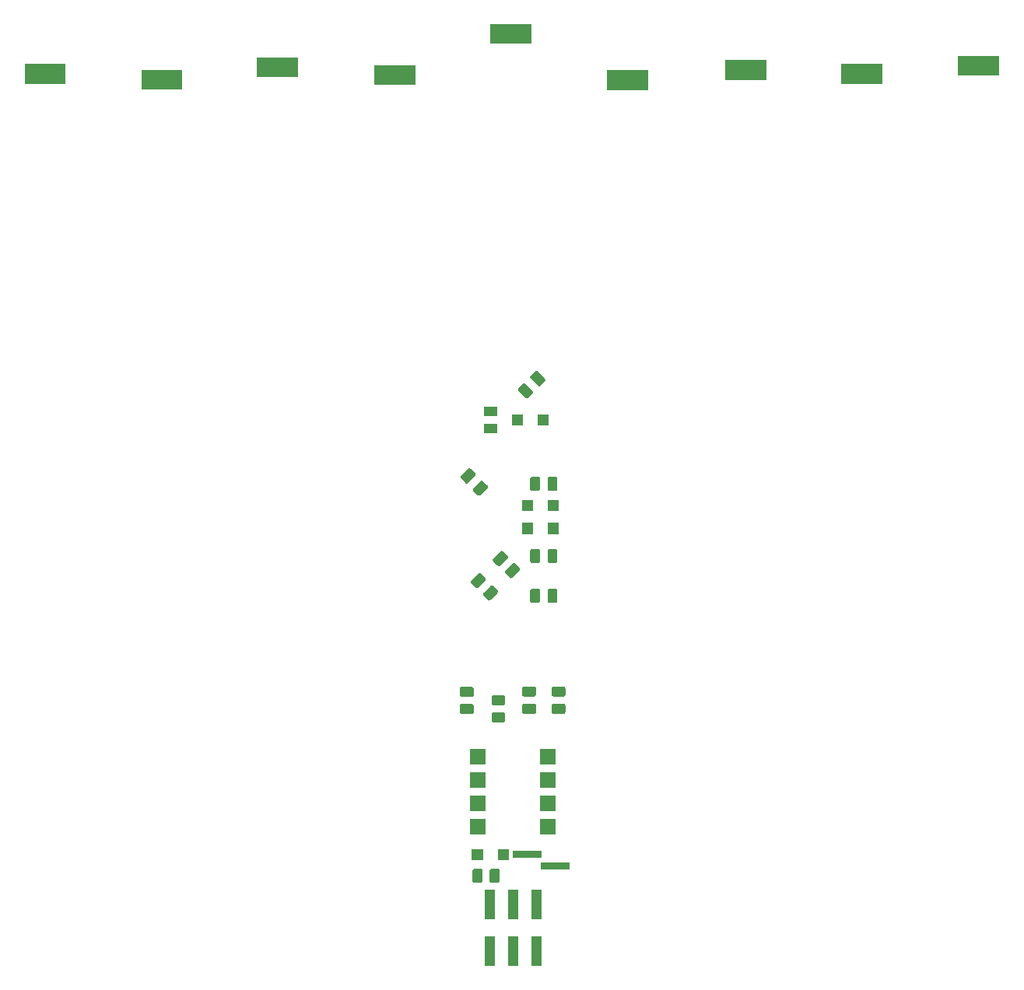
<source format=gts>
G04 #@! TF.GenerationSoftware,KiCad,Pcbnew,(5.1.4)-1*
G04 #@! TF.CreationDate,2020-11-24T15:39:13-05:00*
G04 #@! TF.ProjectId,Menorah,4d656e6f-7261-4682-9e6b-696361645f70,rev?*
G04 #@! TF.SameCoordinates,Original*
G04 #@! TF.FileFunction,Soldermask,Top*
G04 #@! TF.FilePolarity,Negative*
%FSLAX46Y46*%
G04 Gerber Fmt 4.6, Leading zero omitted, Abs format (unit mm)*
G04 Created by KiCad (PCBNEW (5.1.4)-1) date 2020-11-24 15:39:13*
%MOMM*%
%LPD*%
G04 APERTURE LIST*
%ADD10C,0.100000*%
G04 APERTURE END LIST*
D10*
G36*
X140149400Y-129703200D02*
G01*
X139047400Y-129703200D01*
X139047400Y-126451200D01*
X140149400Y-126451200D01*
X140149400Y-129703200D01*
X140149400Y-129703200D01*
G37*
G36*
X142689400Y-129703200D02*
G01*
X141587400Y-129703200D01*
X141587400Y-126451200D01*
X142689400Y-126451200D01*
X142689400Y-129703200D01*
X142689400Y-129703200D01*
G37*
G36*
X145229400Y-129703200D02*
G01*
X144127400Y-129703200D01*
X144127400Y-126451200D01*
X145229400Y-126451200D01*
X145229400Y-129703200D01*
X145229400Y-129703200D01*
G37*
G36*
X142689400Y-124653200D02*
G01*
X141587400Y-124653200D01*
X141587400Y-121401200D01*
X142689400Y-121401200D01*
X142689400Y-124653200D01*
X142689400Y-124653200D01*
G37*
G36*
X140149400Y-124653200D02*
G01*
X139047400Y-124653200D01*
X139047400Y-121401200D01*
X140149400Y-121401200D01*
X140149400Y-124653200D01*
X140149400Y-124653200D01*
G37*
G36*
X145229400Y-124653200D02*
G01*
X144127400Y-124653200D01*
X144127400Y-121401200D01*
X145229400Y-121401200D01*
X145229400Y-124653200D01*
X145229400Y-124653200D01*
G37*
G36*
X140526868Y-119141565D02*
G01*
X140565538Y-119153296D01*
X140601177Y-119172346D01*
X140632417Y-119197983D01*
X140658054Y-119229223D01*
X140677104Y-119264862D01*
X140688835Y-119303532D01*
X140693400Y-119349888D01*
X140693400Y-120426112D01*
X140688835Y-120472468D01*
X140677104Y-120511138D01*
X140658054Y-120546777D01*
X140632417Y-120578017D01*
X140601177Y-120603654D01*
X140565538Y-120622704D01*
X140526868Y-120634435D01*
X140480512Y-120639000D01*
X139829288Y-120639000D01*
X139782932Y-120634435D01*
X139744262Y-120622704D01*
X139708623Y-120603654D01*
X139677383Y-120578017D01*
X139651746Y-120546777D01*
X139632696Y-120511138D01*
X139620965Y-120472468D01*
X139616400Y-120426112D01*
X139616400Y-119349888D01*
X139620965Y-119303532D01*
X139632696Y-119264862D01*
X139651746Y-119229223D01*
X139677383Y-119197983D01*
X139708623Y-119172346D01*
X139744262Y-119153296D01*
X139782932Y-119141565D01*
X139829288Y-119137000D01*
X140480512Y-119137000D01*
X140526868Y-119141565D01*
X140526868Y-119141565D01*
G37*
G36*
X138651868Y-119141565D02*
G01*
X138690538Y-119153296D01*
X138726177Y-119172346D01*
X138757417Y-119197983D01*
X138783054Y-119229223D01*
X138802104Y-119264862D01*
X138813835Y-119303532D01*
X138818400Y-119349888D01*
X138818400Y-120426112D01*
X138813835Y-120472468D01*
X138802104Y-120511138D01*
X138783054Y-120546777D01*
X138757417Y-120578017D01*
X138726177Y-120603654D01*
X138690538Y-120622704D01*
X138651868Y-120634435D01*
X138605512Y-120639000D01*
X137954288Y-120639000D01*
X137907932Y-120634435D01*
X137869262Y-120622704D01*
X137833623Y-120603654D01*
X137802383Y-120578017D01*
X137776746Y-120546777D01*
X137757696Y-120511138D01*
X137745965Y-120472468D01*
X137741400Y-120426112D01*
X137741400Y-119349888D01*
X137745965Y-119303532D01*
X137757696Y-119264862D01*
X137776746Y-119229223D01*
X137802383Y-119197983D01*
X137833623Y-119172346D01*
X137869262Y-119153296D01*
X137907932Y-119141565D01*
X137954288Y-119137000D01*
X138605512Y-119137000D01*
X138651868Y-119141565D01*
X138651868Y-119141565D01*
G37*
G36*
X148262800Y-119222600D02*
G01*
X145160800Y-119222600D01*
X145160800Y-118470600D01*
X148262800Y-118470600D01*
X148262800Y-119222600D01*
X148262800Y-119222600D01*
G37*
G36*
X138875600Y-118177600D02*
G01*
X137673600Y-118177600D01*
X137673600Y-116975600D01*
X138875600Y-116975600D01*
X138875600Y-118177600D01*
X138875600Y-118177600D01*
G37*
G36*
X141675600Y-118177600D02*
G01*
X140473600Y-118177600D01*
X140473600Y-116975600D01*
X141675600Y-116975600D01*
X141675600Y-118177600D01*
X141675600Y-118177600D01*
G37*
G36*
X145262800Y-117952600D02*
G01*
X142160800Y-117952600D01*
X142160800Y-117200600D01*
X145262800Y-117200600D01*
X145262800Y-117952600D01*
X145262800Y-117952600D01*
G37*
G36*
X139128600Y-115354200D02*
G01*
X137426600Y-115354200D01*
X137426600Y-113652200D01*
X139128600Y-113652200D01*
X139128600Y-115354200D01*
X139128600Y-115354200D01*
G37*
G36*
X146748600Y-115354200D02*
G01*
X145046600Y-115354200D01*
X145046600Y-113652200D01*
X146748600Y-113652200D01*
X146748600Y-115354200D01*
X146748600Y-115354200D01*
G37*
G36*
X146748600Y-112814200D02*
G01*
X145046600Y-112814200D01*
X145046600Y-111112200D01*
X146748600Y-111112200D01*
X146748600Y-112814200D01*
X146748600Y-112814200D01*
G37*
G36*
X139128600Y-112814200D02*
G01*
X137426600Y-112814200D01*
X137426600Y-111112200D01*
X139128600Y-111112200D01*
X139128600Y-112814200D01*
X139128600Y-112814200D01*
G37*
G36*
X146748600Y-110274200D02*
G01*
X145046600Y-110274200D01*
X145046600Y-108572200D01*
X146748600Y-108572200D01*
X146748600Y-110274200D01*
X146748600Y-110274200D01*
G37*
G36*
X139128600Y-110274200D02*
G01*
X137426600Y-110274200D01*
X137426600Y-108572200D01*
X139128600Y-108572200D01*
X139128600Y-110274200D01*
X139128600Y-110274200D01*
G37*
G36*
X146748600Y-107734200D02*
G01*
X145046600Y-107734200D01*
X145046600Y-106032200D01*
X146748600Y-106032200D01*
X146748600Y-107734200D01*
X146748600Y-107734200D01*
G37*
G36*
X139128600Y-107734200D02*
G01*
X137426600Y-107734200D01*
X137426600Y-106032200D01*
X139128600Y-106032200D01*
X139128600Y-107734200D01*
X139128600Y-107734200D01*
G37*
G36*
X141148068Y-102105165D02*
G01*
X141186738Y-102116896D01*
X141222377Y-102135946D01*
X141253617Y-102161583D01*
X141279254Y-102192823D01*
X141298304Y-102228462D01*
X141310035Y-102267132D01*
X141314600Y-102313488D01*
X141314600Y-102964712D01*
X141310035Y-103011068D01*
X141298304Y-103049738D01*
X141279254Y-103085377D01*
X141253617Y-103116617D01*
X141222377Y-103142254D01*
X141186738Y-103161304D01*
X141148068Y-103173035D01*
X141101712Y-103177600D01*
X140025488Y-103177600D01*
X139979132Y-103173035D01*
X139940462Y-103161304D01*
X139904823Y-103142254D01*
X139873583Y-103116617D01*
X139847946Y-103085377D01*
X139828896Y-103049738D01*
X139817165Y-103011068D01*
X139812600Y-102964712D01*
X139812600Y-102313488D01*
X139817165Y-102267132D01*
X139828896Y-102228462D01*
X139847946Y-102192823D01*
X139873583Y-102161583D01*
X139904823Y-102135946D01*
X139940462Y-102116896D01*
X139979132Y-102105165D01*
X140025488Y-102100600D01*
X141101712Y-102100600D01*
X141148068Y-102105165D01*
X141148068Y-102105165D01*
G37*
G36*
X137693668Y-101190765D02*
G01*
X137732338Y-101202496D01*
X137767977Y-101221546D01*
X137799217Y-101247183D01*
X137824854Y-101278423D01*
X137843904Y-101314062D01*
X137855635Y-101352732D01*
X137860200Y-101399088D01*
X137860200Y-102050312D01*
X137855635Y-102096668D01*
X137843904Y-102135338D01*
X137824854Y-102170977D01*
X137799217Y-102202217D01*
X137767977Y-102227854D01*
X137732338Y-102246904D01*
X137693668Y-102258635D01*
X137647312Y-102263200D01*
X136571088Y-102263200D01*
X136524732Y-102258635D01*
X136486062Y-102246904D01*
X136450423Y-102227854D01*
X136419183Y-102202217D01*
X136393546Y-102170977D01*
X136374496Y-102135338D01*
X136362765Y-102096668D01*
X136358200Y-102050312D01*
X136358200Y-101399088D01*
X136362765Y-101352732D01*
X136374496Y-101314062D01*
X136393546Y-101278423D01*
X136419183Y-101247183D01*
X136450423Y-101221546D01*
X136486062Y-101202496D01*
X136524732Y-101190765D01*
X136571088Y-101186200D01*
X137647312Y-101186200D01*
X137693668Y-101190765D01*
X137693668Y-101190765D01*
G37*
G36*
X147675868Y-101165365D02*
G01*
X147714538Y-101177096D01*
X147750177Y-101196146D01*
X147781417Y-101221783D01*
X147807054Y-101253023D01*
X147826104Y-101288662D01*
X147837835Y-101327332D01*
X147842400Y-101373688D01*
X147842400Y-102024912D01*
X147837835Y-102071268D01*
X147826104Y-102109938D01*
X147807054Y-102145577D01*
X147781417Y-102176817D01*
X147750177Y-102202454D01*
X147714538Y-102221504D01*
X147675868Y-102233235D01*
X147629512Y-102237800D01*
X146553288Y-102237800D01*
X146506932Y-102233235D01*
X146468262Y-102221504D01*
X146432623Y-102202454D01*
X146401383Y-102176817D01*
X146375746Y-102145577D01*
X146356696Y-102109938D01*
X146344965Y-102071268D01*
X146340400Y-102024912D01*
X146340400Y-101373688D01*
X146344965Y-101327332D01*
X146356696Y-101288662D01*
X146375746Y-101253023D01*
X146401383Y-101221783D01*
X146432623Y-101196146D01*
X146468262Y-101177096D01*
X146506932Y-101165365D01*
X146553288Y-101160800D01*
X147629512Y-101160800D01*
X147675868Y-101165365D01*
X147675868Y-101165365D01*
G37*
G36*
X144475468Y-101165365D02*
G01*
X144514138Y-101177096D01*
X144549777Y-101196146D01*
X144581017Y-101221783D01*
X144606654Y-101253023D01*
X144625704Y-101288662D01*
X144637435Y-101327332D01*
X144642000Y-101373688D01*
X144642000Y-102024912D01*
X144637435Y-102071268D01*
X144625704Y-102109938D01*
X144606654Y-102145577D01*
X144581017Y-102176817D01*
X144549777Y-102202454D01*
X144514138Y-102221504D01*
X144475468Y-102233235D01*
X144429112Y-102237800D01*
X143352888Y-102237800D01*
X143306532Y-102233235D01*
X143267862Y-102221504D01*
X143232223Y-102202454D01*
X143200983Y-102176817D01*
X143175346Y-102145577D01*
X143156296Y-102109938D01*
X143144565Y-102071268D01*
X143140000Y-102024912D01*
X143140000Y-101373688D01*
X143144565Y-101327332D01*
X143156296Y-101288662D01*
X143175346Y-101253023D01*
X143200983Y-101221783D01*
X143232223Y-101196146D01*
X143267862Y-101177096D01*
X143306532Y-101165365D01*
X143352888Y-101160800D01*
X144429112Y-101160800D01*
X144475468Y-101165365D01*
X144475468Y-101165365D01*
G37*
G36*
X141148068Y-100230165D02*
G01*
X141186738Y-100241896D01*
X141222377Y-100260946D01*
X141253617Y-100286583D01*
X141279254Y-100317823D01*
X141298304Y-100353462D01*
X141310035Y-100392132D01*
X141314600Y-100438488D01*
X141314600Y-101089712D01*
X141310035Y-101136068D01*
X141298304Y-101174738D01*
X141279254Y-101210377D01*
X141253617Y-101241617D01*
X141222377Y-101267254D01*
X141186738Y-101286304D01*
X141148068Y-101298035D01*
X141101712Y-101302600D01*
X140025488Y-101302600D01*
X139979132Y-101298035D01*
X139940462Y-101286304D01*
X139904823Y-101267254D01*
X139873583Y-101241617D01*
X139847946Y-101210377D01*
X139828896Y-101174738D01*
X139817165Y-101136068D01*
X139812600Y-101089712D01*
X139812600Y-100438488D01*
X139817165Y-100392132D01*
X139828896Y-100353462D01*
X139847946Y-100317823D01*
X139873583Y-100286583D01*
X139904823Y-100260946D01*
X139940462Y-100241896D01*
X139979132Y-100230165D01*
X140025488Y-100225600D01*
X141101712Y-100225600D01*
X141148068Y-100230165D01*
X141148068Y-100230165D01*
G37*
G36*
X137693668Y-99315765D02*
G01*
X137732338Y-99327496D01*
X137767977Y-99346546D01*
X137799217Y-99372183D01*
X137824854Y-99403423D01*
X137843904Y-99439062D01*
X137855635Y-99477732D01*
X137860200Y-99524088D01*
X137860200Y-100175312D01*
X137855635Y-100221668D01*
X137843904Y-100260338D01*
X137824854Y-100295977D01*
X137799217Y-100327217D01*
X137767977Y-100352854D01*
X137732338Y-100371904D01*
X137693668Y-100383635D01*
X137647312Y-100388200D01*
X136571088Y-100388200D01*
X136524732Y-100383635D01*
X136486062Y-100371904D01*
X136450423Y-100352854D01*
X136419183Y-100327217D01*
X136393546Y-100295977D01*
X136374496Y-100260338D01*
X136362765Y-100221668D01*
X136358200Y-100175312D01*
X136358200Y-99524088D01*
X136362765Y-99477732D01*
X136374496Y-99439062D01*
X136393546Y-99403423D01*
X136419183Y-99372183D01*
X136450423Y-99346546D01*
X136486062Y-99327496D01*
X136524732Y-99315765D01*
X136571088Y-99311200D01*
X137647312Y-99311200D01*
X137693668Y-99315765D01*
X137693668Y-99315765D01*
G37*
G36*
X144475468Y-99290365D02*
G01*
X144514138Y-99302096D01*
X144549777Y-99321146D01*
X144581017Y-99346783D01*
X144606654Y-99378023D01*
X144625704Y-99413662D01*
X144637435Y-99452332D01*
X144642000Y-99498688D01*
X144642000Y-100149912D01*
X144637435Y-100196268D01*
X144625704Y-100234938D01*
X144606654Y-100270577D01*
X144581017Y-100301817D01*
X144549777Y-100327454D01*
X144514138Y-100346504D01*
X144475468Y-100358235D01*
X144429112Y-100362800D01*
X143352888Y-100362800D01*
X143306532Y-100358235D01*
X143267862Y-100346504D01*
X143232223Y-100327454D01*
X143200983Y-100301817D01*
X143175346Y-100270577D01*
X143156296Y-100234938D01*
X143144565Y-100196268D01*
X143140000Y-100149912D01*
X143140000Y-99498688D01*
X143144565Y-99452332D01*
X143156296Y-99413662D01*
X143175346Y-99378023D01*
X143200983Y-99346783D01*
X143232223Y-99321146D01*
X143267862Y-99302096D01*
X143306532Y-99290365D01*
X143352888Y-99285800D01*
X144429112Y-99285800D01*
X144475468Y-99290365D01*
X144475468Y-99290365D01*
G37*
G36*
X147675868Y-99290365D02*
G01*
X147714538Y-99302096D01*
X147750177Y-99321146D01*
X147781417Y-99346783D01*
X147807054Y-99378023D01*
X147826104Y-99413662D01*
X147837835Y-99452332D01*
X147842400Y-99498688D01*
X147842400Y-100149912D01*
X147837835Y-100196268D01*
X147826104Y-100234938D01*
X147807054Y-100270577D01*
X147781417Y-100301817D01*
X147750177Y-100327454D01*
X147714538Y-100346504D01*
X147675868Y-100358235D01*
X147629512Y-100362800D01*
X146553288Y-100362800D01*
X146506932Y-100358235D01*
X146468262Y-100346504D01*
X146432623Y-100327454D01*
X146401383Y-100301817D01*
X146375746Y-100270577D01*
X146356696Y-100234938D01*
X146344965Y-100196268D01*
X146340400Y-100149912D01*
X146340400Y-99498688D01*
X146344965Y-99452332D01*
X146356696Y-99413662D01*
X146375746Y-99378023D01*
X146401383Y-99346783D01*
X146432623Y-99321146D01*
X146468262Y-99302096D01*
X146506932Y-99290365D01*
X146553288Y-99285800D01*
X147629512Y-99285800D01*
X147675868Y-99290365D01*
X147675868Y-99290365D01*
G37*
G36*
X146800668Y-88661565D02*
G01*
X146839338Y-88673296D01*
X146874977Y-88692346D01*
X146906217Y-88717983D01*
X146931854Y-88749223D01*
X146950904Y-88784862D01*
X146962635Y-88823532D01*
X146967200Y-88869888D01*
X146967200Y-89946112D01*
X146962635Y-89992468D01*
X146950904Y-90031138D01*
X146931854Y-90066777D01*
X146906217Y-90098017D01*
X146874977Y-90123654D01*
X146839338Y-90142704D01*
X146800668Y-90154435D01*
X146754312Y-90159000D01*
X146103088Y-90159000D01*
X146056732Y-90154435D01*
X146018062Y-90142704D01*
X145982423Y-90123654D01*
X145951183Y-90098017D01*
X145925546Y-90066777D01*
X145906496Y-90031138D01*
X145894765Y-89992468D01*
X145890200Y-89946112D01*
X145890200Y-88869888D01*
X145894765Y-88823532D01*
X145906496Y-88784862D01*
X145925546Y-88749223D01*
X145951183Y-88717983D01*
X145982423Y-88692346D01*
X146018062Y-88673296D01*
X146056732Y-88661565D01*
X146103088Y-88657000D01*
X146754312Y-88657000D01*
X146800668Y-88661565D01*
X146800668Y-88661565D01*
G37*
G36*
X144925668Y-88661565D02*
G01*
X144964338Y-88673296D01*
X144999977Y-88692346D01*
X145031217Y-88717983D01*
X145056854Y-88749223D01*
X145075904Y-88784862D01*
X145087635Y-88823532D01*
X145092200Y-88869888D01*
X145092200Y-89946112D01*
X145087635Y-89992468D01*
X145075904Y-90031138D01*
X145056854Y-90066777D01*
X145031217Y-90098017D01*
X144999977Y-90123654D01*
X144964338Y-90142704D01*
X144925668Y-90154435D01*
X144879312Y-90159000D01*
X144228088Y-90159000D01*
X144181732Y-90154435D01*
X144143062Y-90142704D01*
X144107423Y-90123654D01*
X144076183Y-90098017D01*
X144050546Y-90066777D01*
X144031496Y-90031138D01*
X144019765Y-89992468D01*
X144015200Y-89946112D01*
X144015200Y-88869888D01*
X144019765Y-88823532D01*
X144031496Y-88784862D01*
X144050546Y-88749223D01*
X144076183Y-88717983D01*
X144107423Y-88692346D01*
X144143062Y-88673296D01*
X144181732Y-88661565D01*
X144228088Y-88657000D01*
X144879312Y-88657000D01*
X144925668Y-88661565D01*
X144925668Y-88661565D01*
G37*
G36*
X139892991Y-88258702D02*
G01*
X139931661Y-88270433D01*
X139967300Y-88289483D01*
X140003306Y-88319032D01*
X140043156Y-88358882D01*
X140043162Y-88358887D01*
X140423939Y-88739664D01*
X140423944Y-88739670D01*
X140463794Y-88779520D01*
X140493343Y-88815526D01*
X140512393Y-88851165D01*
X140524124Y-88889835D01*
X140528084Y-88930053D01*
X140524124Y-88970271D01*
X140512393Y-89008941D01*
X140493343Y-89044580D01*
X140463794Y-89080586D01*
X140423944Y-89120436D01*
X140423939Y-89120442D01*
X139742642Y-89801739D01*
X139742636Y-89801744D01*
X139702786Y-89841594D01*
X139666780Y-89871143D01*
X139631141Y-89890193D01*
X139592471Y-89901924D01*
X139552253Y-89905884D01*
X139512035Y-89901924D01*
X139473365Y-89890193D01*
X139437726Y-89871143D01*
X139401720Y-89841594D01*
X139361870Y-89801744D01*
X139361864Y-89801739D01*
X138981087Y-89420962D01*
X138981082Y-89420956D01*
X138941232Y-89381106D01*
X138911683Y-89345100D01*
X138892633Y-89309461D01*
X138880902Y-89270791D01*
X138876942Y-89230573D01*
X138880902Y-89190355D01*
X138892633Y-89151685D01*
X138911683Y-89116046D01*
X138941232Y-89080040D01*
X138981082Y-89040190D01*
X138981087Y-89040184D01*
X139662384Y-88358887D01*
X139662390Y-88358882D01*
X139702240Y-88319032D01*
X139738246Y-88289483D01*
X139773885Y-88270433D01*
X139812555Y-88258702D01*
X139852773Y-88254742D01*
X139892991Y-88258702D01*
X139892991Y-88258702D01*
G37*
G36*
X138567165Y-86932876D02*
G01*
X138605835Y-86944607D01*
X138641474Y-86963657D01*
X138677480Y-86993206D01*
X138717330Y-87033056D01*
X138717336Y-87033061D01*
X139098113Y-87413838D01*
X139098118Y-87413844D01*
X139137968Y-87453694D01*
X139167517Y-87489700D01*
X139186567Y-87525339D01*
X139198298Y-87564009D01*
X139202258Y-87604227D01*
X139198298Y-87644445D01*
X139186567Y-87683115D01*
X139167517Y-87718754D01*
X139137968Y-87754760D01*
X139098118Y-87794610D01*
X139098113Y-87794616D01*
X138416816Y-88475913D01*
X138416810Y-88475918D01*
X138376960Y-88515768D01*
X138340954Y-88545317D01*
X138305315Y-88564367D01*
X138266645Y-88576098D01*
X138226427Y-88580058D01*
X138186209Y-88576098D01*
X138147539Y-88564367D01*
X138111900Y-88545317D01*
X138075894Y-88515768D01*
X138036044Y-88475918D01*
X138036038Y-88475913D01*
X137655261Y-88095136D01*
X137655256Y-88095130D01*
X137615406Y-88055280D01*
X137585857Y-88019274D01*
X137566807Y-87983635D01*
X137555076Y-87944965D01*
X137551116Y-87904747D01*
X137555076Y-87864529D01*
X137566807Y-87825859D01*
X137585857Y-87790220D01*
X137615406Y-87754214D01*
X137655256Y-87714364D01*
X137655261Y-87714358D01*
X138336558Y-87033061D01*
X138336564Y-87033056D01*
X138376414Y-86993206D01*
X138412420Y-86963657D01*
X138448059Y-86944607D01*
X138486729Y-86932876D01*
X138526947Y-86928916D01*
X138567165Y-86932876D01*
X138567165Y-86932876D01*
G37*
G36*
X142280591Y-85845702D02*
G01*
X142319261Y-85857433D01*
X142354900Y-85876483D01*
X142390906Y-85906032D01*
X142430756Y-85945882D01*
X142430762Y-85945887D01*
X142811539Y-86326664D01*
X142811544Y-86326670D01*
X142851394Y-86366520D01*
X142880943Y-86402526D01*
X142899993Y-86438165D01*
X142911724Y-86476835D01*
X142915684Y-86517053D01*
X142911724Y-86557271D01*
X142899993Y-86595941D01*
X142880943Y-86631580D01*
X142851394Y-86667586D01*
X142811544Y-86707436D01*
X142811539Y-86707442D01*
X142130242Y-87388739D01*
X142130236Y-87388744D01*
X142090386Y-87428594D01*
X142054380Y-87458143D01*
X142018741Y-87477193D01*
X141980071Y-87488924D01*
X141939853Y-87492884D01*
X141899635Y-87488924D01*
X141860965Y-87477193D01*
X141825326Y-87458143D01*
X141789320Y-87428594D01*
X141749470Y-87388744D01*
X141749464Y-87388739D01*
X141368687Y-87007962D01*
X141368682Y-87007956D01*
X141328832Y-86968106D01*
X141299283Y-86932100D01*
X141280233Y-86896461D01*
X141268502Y-86857791D01*
X141264542Y-86817573D01*
X141268502Y-86777355D01*
X141280233Y-86738685D01*
X141299283Y-86703046D01*
X141328832Y-86667040D01*
X141368682Y-86627190D01*
X141368687Y-86627184D01*
X142049984Y-85945887D01*
X142049990Y-85945882D01*
X142089840Y-85906032D01*
X142125846Y-85876483D01*
X142161485Y-85857433D01*
X142200155Y-85845702D01*
X142240373Y-85841742D01*
X142280591Y-85845702D01*
X142280591Y-85845702D01*
G37*
G36*
X140954765Y-84519876D02*
G01*
X140993435Y-84531607D01*
X141029074Y-84550657D01*
X141065080Y-84580206D01*
X141104930Y-84620056D01*
X141104936Y-84620061D01*
X141485713Y-85000838D01*
X141485718Y-85000844D01*
X141525568Y-85040694D01*
X141555117Y-85076700D01*
X141574167Y-85112339D01*
X141585898Y-85151009D01*
X141589858Y-85191227D01*
X141585898Y-85231445D01*
X141574167Y-85270115D01*
X141555117Y-85305754D01*
X141525568Y-85341760D01*
X141485718Y-85381610D01*
X141485713Y-85381616D01*
X140804416Y-86062913D01*
X140804410Y-86062918D01*
X140764560Y-86102768D01*
X140728554Y-86132317D01*
X140692915Y-86151367D01*
X140654245Y-86163098D01*
X140614027Y-86167058D01*
X140573809Y-86163098D01*
X140535139Y-86151367D01*
X140499500Y-86132317D01*
X140463494Y-86102768D01*
X140423644Y-86062918D01*
X140423638Y-86062913D01*
X140042861Y-85682136D01*
X140042856Y-85682130D01*
X140003006Y-85642280D01*
X139973457Y-85606274D01*
X139954407Y-85570635D01*
X139942676Y-85531965D01*
X139938716Y-85491747D01*
X139942676Y-85451529D01*
X139954407Y-85412859D01*
X139973457Y-85377220D01*
X140003006Y-85341214D01*
X140042856Y-85301364D01*
X140042861Y-85301358D01*
X140724158Y-84620061D01*
X140724164Y-84620056D01*
X140764014Y-84580206D01*
X140800020Y-84550657D01*
X140835659Y-84531607D01*
X140874329Y-84519876D01*
X140914547Y-84515916D01*
X140954765Y-84519876D01*
X140954765Y-84519876D01*
G37*
G36*
X144925668Y-84318165D02*
G01*
X144964338Y-84329896D01*
X144999977Y-84348946D01*
X145031217Y-84374583D01*
X145056854Y-84405823D01*
X145075904Y-84441462D01*
X145087635Y-84480132D01*
X145092200Y-84526488D01*
X145092200Y-85602712D01*
X145087635Y-85649068D01*
X145075904Y-85687738D01*
X145056854Y-85723377D01*
X145031217Y-85754617D01*
X144999977Y-85780254D01*
X144964338Y-85799304D01*
X144925668Y-85811035D01*
X144879312Y-85815600D01*
X144228088Y-85815600D01*
X144181732Y-85811035D01*
X144143062Y-85799304D01*
X144107423Y-85780254D01*
X144076183Y-85754617D01*
X144050546Y-85723377D01*
X144031496Y-85687738D01*
X144019765Y-85649068D01*
X144015200Y-85602712D01*
X144015200Y-84526488D01*
X144019765Y-84480132D01*
X144031496Y-84441462D01*
X144050546Y-84405823D01*
X144076183Y-84374583D01*
X144107423Y-84348946D01*
X144143062Y-84329896D01*
X144181732Y-84318165D01*
X144228088Y-84313600D01*
X144879312Y-84313600D01*
X144925668Y-84318165D01*
X144925668Y-84318165D01*
G37*
G36*
X146800668Y-84318165D02*
G01*
X146839338Y-84329896D01*
X146874977Y-84348946D01*
X146906217Y-84374583D01*
X146931854Y-84405823D01*
X146950904Y-84441462D01*
X146962635Y-84480132D01*
X146967200Y-84526488D01*
X146967200Y-85602712D01*
X146962635Y-85649068D01*
X146950904Y-85687738D01*
X146931854Y-85723377D01*
X146906217Y-85754617D01*
X146874977Y-85780254D01*
X146839338Y-85799304D01*
X146800668Y-85811035D01*
X146754312Y-85815600D01*
X146103088Y-85815600D01*
X146056732Y-85811035D01*
X146018062Y-85799304D01*
X145982423Y-85780254D01*
X145951183Y-85754617D01*
X145925546Y-85723377D01*
X145906496Y-85687738D01*
X145894765Y-85649068D01*
X145890200Y-85602712D01*
X145890200Y-84526488D01*
X145894765Y-84480132D01*
X145906496Y-84441462D01*
X145925546Y-84405823D01*
X145951183Y-84374583D01*
X145982423Y-84348946D01*
X146018062Y-84329896D01*
X146056732Y-84318165D01*
X146103088Y-84313600D01*
X146754312Y-84313600D01*
X146800668Y-84318165D01*
X146800668Y-84318165D01*
G37*
G36*
X144311200Y-82668400D02*
G01*
X143109200Y-82668400D01*
X143109200Y-81466400D01*
X144311200Y-81466400D01*
X144311200Y-82668400D01*
X144311200Y-82668400D01*
G37*
G36*
X147111200Y-82668400D02*
G01*
X145909200Y-82668400D01*
X145909200Y-81466400D01*
X147111200Y-81466400D01*
X147111200Y-82668400D01*
X147111200Y-82668400D01*
G37*
G36*
X147111200Y-80204600D02*
G01*
X145909200Y-80204600D01*
X145909200Y-79002600D01*
X147111200Y-79002600D01*
X147111200Y-80204600D01*
X147111200Y-80204600D01*
G37*
G36*
X144311200Y-80204600D02*
G01*
X143109200Y-80204600D01*
X143109200Y-79002600D01*
X144311200Y-79002600D01*
X144311200Y-80204600D01*
X144311200Y-80204600D01*
G37*
G36*
X138775391Y-76854102D02*
G01*
X138814061Y-76865833D01*
X138849700Y-76884883D01*
X138885706Y-76914432D01*
X138925556Y-76954282D01*
X138925562Y-76954287D01*
X139306339Y-77335064D01*
X139306344Y-77335070D01*
X139346194Y-77374920D01*
X139375743Y-77410926D01*
X139394793Y-77446565D01*
X139406524Y-77485235D01*
X139410484Y-77525453D01*
X139406524Y-77565671D01*
X139394793Y-77604341D01*
X139375743Y-77639980D01*
X139346194Y-77675986D01*
X139306344Y-77715836D01*
X139306339Y-77715842D01*
X138625042Y-78397139D01*
X138625036Y-78397144D01*
X138585186Y-78436994D01*
X138549180Y-78466543D01*
X138513541Y-78485593D01*
X138474871Y-78497324D01*
X138434653Y-78501284D01*
X138394435Y-78497324D01*
X138355765Y-78485593D01*
X138320126Y-78466543D01*
X138284120Y-78436994D01*
X138244270Y-78397144D01*
X138244264Y-78397139D01*
X137863487Y-78016362D01*
X137863482Y-78016356D01*
X137823632Y-77976506D01*
X137794083Y-77940500D01*
X137775033Y-77904861D01*
X137763302Y-77866191D01*
X137759342Y-77825973D01*
X137763302Y-77785755D01*
X137775033Y-77747085D01*
X137794083Y-77711446D01*
X137823632Y-77675440D01*
X137863482Y-77635590D01*
X137863487Y-77635584D01*
X138544784Y-76954287D01*
X138544790Y-76954282D01*
X138584640Y-76914432D01*
X138620646Y-76884883D01*
X138656285Y-76865833D01*
X138694955Y-76854102D01*
X138735173Y-76850142D01*
X138775391Y-76854102D01*
X138775391Y-76854102D01*
G37*
G36*
X144925668Y-76469565D02*
G01*
X144964338Y-76481296D01*
X144999977Y-76500346D01*
X145031217Y-76525983D01*
X145056854Y-76557223D01*
X145075904Y-76592862D01*
X145087635Y-76631532D01*
X145092200Y-76677888D01*
X145092200Y-77754112D01*
X145087635Y-77800468D01*
X145075904Y-77839138D01*
X145056854Y-77874777D01*
X145031217Y-77906017D01*
X144999977Y-77931654D01*
X144964338Y-77950704D01*
X144925668Y-77962435D01*
X144879312Y-77967000D01*
X144228088Y-77967000D01*
X144181732Y-77962435D01*
X144143062Y-77950704D01*
X144107423Y-77931654D01*
X144076183Y-77906017D01*
X144050546Y-77874777D01*
X144031496Y-77839138D01*
X144019765Y-77800468D01*
X144015200Y-77754112D01*
X144015200Y-76677888D01*
X144019765Y-76631532D01*
X144031496Y-76592862D01*
X144050546Y-76557223D01*
X144076183Y-76525983D01*
X144107423Y-76500346D01*
X144143062Y-76481296D01*
X144181732Y-76469565D01*
X144228088Y-76465000D01*
X144879312Y-76465000D01*
X144925668Y-76469565D01*
X144925668Y-76469565D01*
G37*
G36*
X146800668Y-76469565D02*
G01*
X146839338Y-76481296D01*
X146874977Y-76500346D01*
X146906217Y-76525983D01*
X146931854Y-76557223D01*
X146950904Y-76592862D01*
X146962635Y-76631532D01*
X146967200Y-76677888D01*
X146967200Y-77754112D01*
X146962635Y-77800468D01*
X146950904Y-77839138D01*
X146931854Y-77874777D01*
X146906217Y-77906017D01*
X146874977Y-77931654D01*
X146839338Y-77950704D01*
X146800668Y-77962435D01*
X146754312Y-77967000D01*
X146103088Y-77967000D01*
X146056732Y-77962435D01*
X146018062Y-77950704D01*
X145982423Y-77931654D01*
X145951183Y-77906017D01*
X145925546Y-77874777D01*
X145906496Y-77839138D01*
X145894765Y-77800468D01*
X145890200Y-77754112D01*
X145890200Y-76677888D01*
X145894765Y-76631532D01*
X145906496Y-76592862D01*
X145925546Y-76557223D01*
X145951183Y-76525983D01*
X145982423Y-76500346D01*
X146018062Y-76481296D01*
X146056732Y-76469565D01*
X146103088Y-76465000D01*
X146754312Y-76465000D01*
X146800668Y-76469565D01*
X146800668Y-76469565D01*
G37*
G36*
X137449565Y-75528276D02*
G01*
X137488235Y-75540007D01*
X137523874Y-75559057D01*
X137559880Y-75588606D01*
X137599730Y-75628456D01*
X137599736Y-75628461D01*
X137980513Y-76009238D01*
X137980518Y-76009244D01*
X138020368Y-76049094D01*
X138049917Y-76085100D01*
X138068967Y-76120739D01*
X138080698Y-76159409D01*
X138084658Y-76199627D01*
X138080698Y-76239845D01*
X138068967Y-76278515D01*
X138049917Y-76314154D01*
X138020368Y-76350160D01*
X137980518Y-76390010D01*
X137980513Y-76390016D01*
X137299216Y-77071313D01*
X137299210Y-77071318D01*
X137259360Y-77111168D01*
X137223354Y-77140717D01*
X137187715Y-77159767D01*
X137149045Y-77171498D01*
X137108827Y-77175458D01*
X137068609Y-77171498D01*
X137029939Y-77159767D01*
X136994300Y-77140717D01*
X136958294Y-77111168D01*
X136918444Y-77071318D01*
X136918438Y-77071313D01*
X136537661Y-76690536D01*
X136537656Y-76690530D01*
X136497806Y-76650680D01*
X136468257Y-76614674D01*
X136449207Y-76579035D01*
X136437476Y-76540365D01*
X136433516Y-76500147D01*
X136437476Y-76459929D01*
X136449207Y-76421259D01*
X136468257Y-76385620D01*
X136497806Y-76349614D01*
X136537656Y-76309764D01*
X136537661Y-76309758D01*
X137218958Y-75628461D01*
X137218964Y-75628456D01*
X137258814Y-75588606D01*
X137294820Y-75559057D01*
X137330459Y-75540007D01*
X137369129Y-75528276D01*
X137409347Y-75524316D01*
X137449565Y-75528276D01*
X137449565Y-75528276D01*
G37*
G36*
X140284468Y-70659965D02*
G01*
X140323138Y-70671696D01*
X140358777Y-70690746D01*
X140390017Y-70716383D01*
X140415654Y-70747623D01*
X140434704Y-70783262D01*
X140446435Y-70821932D01*
X140451000Y-70868288D01*
X140451000Y-71519512D01*
X140446435Y-71565868D01*
X140434704Y-71604538D01*
X140415654Y-71640177D01*
X140390017Y-71671417D01*
X140358777Y-71697054D01*
X140323138Y-71716104D01*
X140284468Y-71727835D01*
X140238112Y-71732400D01*
X139161888Y-71732400D01*
X139115532Y-71727835D01*
X139076862Y-71716104D01*
X139041223Y-71697054D01*
X139009983Y-71671417D01*
X138984346Y-71640177D01*
X138965296Y-71604538D01*
X138953565Y-71565868D01*
X138949000Y-71519512D01*
X138949000Y-70868288D01*
X138953565Y-70821932D01*
X138965296Y-70783262D01*
X138984346Y-70747623D01*
X139009983Y-70716383D01*
X139041223Y-70690746D01*
X139076862Y-70671696D01*
X139115532Y-70659965D01*
X139161888Y-70655400D01*
X140238112Y-70655400D01*
X140284468Y-70659965D01*
X140284468Y-70659965D01*
G37*
G36*
X146044400Y-70857400D02*
G01*
X144842400Y-70857400D01*
X144842400Y-69655400D01*
X146044400Y-69655400D01*
X146044400Y-70857400D01*
X146044400Y-70857400D01*
G37*
G36*
X143244400Y-70857400D02*
G01*
X142042400Y-70857400D01*
X142042400Y-69655400D01*
X143244400Y-69655400D01*
X143244400Y-70857400D01*
X143244400Y-70857400D01*
G37*
G36*
X140284468Y-68784965D02*
G01*
X140323138Y-68796696D01*
X140358777Y-68815746D01*
X140390017Y-68841383D01*
X140415654Y-68872623D01*
X140434704Y-68908262D01*
X140446435Y-68946932D01*
X140451000Y-68993288D01*
X140451000Y-69644512D01*
X140446435Y-69690868D01*
X140434704Y-69729538D01*
X140415654Y-69765177D01*
X140390017Y-69796417D01*
X140358777Y-69822054D01*
X140323138Y-69841104D01*
X140284468Y-69852835D01*
X140238112Y-69857400D01*
X139161888Y-69857400D01*
X139115532Y-69852835D01*
X139076862Y-69841104D01*
X139041223Y-69822054D01*
X139009983Y-69796417D01*
X138984346Y-69765177D01*
X138965296Y-69729538D01*
X138953565Y-69690868D01*
X138949000Y-69644512D01*
X138949000Y-68993288D01*
X138953565Y-68946932D01*
X138965296Y-68908262D01*
X138984346Y-68872623D01*
X139009983Y-68841383D01*
X139041223Y-68815746D01*
X139076862Y-68796696D01*
X139115532Y-68784965D01*
X139161888Y-68780400D01*
X140238112Y-68780400D01*
X140284468Y-68784965D01*
X140284468Y-68784965D01*
G37*
G36*
X143397445Y-66262302D02*
G01*
X143436115Y-66274033D01*
X143471754Y-66293083D01*
X143507760Y-66322632D01*
X143547610Y-66362482D01*
X143547616Y-66362487D01*
X144228913Y-67043784D01*
X144228918Y-67043790D01*
X144268768Y-67083640D01*
X144298317Y-67119646D01*
X144317367Y-67155285D01*
X144329098Y-67193955D01*
X144333058Y-67234173D01*
X144329098Y-67274391D01*
X144317367Y-67313061D01*
X144298317Y-67348700D01*
X144268768Y-67384706D01*
X144228918Y-67424556D01*
X144228913Y-67424562D01*
X143848136Y-67805339D01*
X143848130Y-67805344D01*
X143808280Y-67845194D01*
X143772274Y-67874743D01*
X143736635Y-67893793D01*
X143697965Y-67905524D01*
X143657747Y-67909484D01*
X143617529Y-67905524D01*
X143578859Y-67893793D01*
X143543220Y-67874743D01*
X143507214Y-67845194D01*
X143467364Y-67805344D01*
X143467358Y-67805339D01*
X142786061Y-67124042D01*
X142786056Y-67124036D01*
X142746206Y-67084186D01*
X142716657Y-67048180D01*
X142697607Y-67012541D01*
X142685876Y-66973871D01*
X142681916Y-66933653D01*
X142685876Y-66893435D01*
X142697607Y-66854765D01*
X142716657Y-66819126D01*
X142746206Y-66783120D01*
X142786056Y-66743270D01*
X142786061Y-66743264D01*
X143166838Y-66362487D01*
X143166844Y-66362482D01*
X143206694Y-66322632D01*
X143242700Y-66293083D01*
X143278339Y-66274033D01*
X143317009Y-66262302D01*
X143357227Y-66258342D01*
X143397445Y-66262302D01*
X143397445Y-66262302D01*
G37*
G36*
X144723271Y-64936476D02*
G01*
X144761941Y-64948207D01*
X144797580Y-64967257D01*
X144833586Y-64996806D01*
X144873436Y-65036656D01*
X144873442Y-65036661D01*
X145554739Y-65717958D01*
X145554744Y-65717964D01*
X145594594Y-65757814D01*
X145624143Y-65793820D01*
X145643193Y-65829459D01*
X145654924Y-65868129D01*
X145658884Y-65908347D01*
X145654924Y-65948565D01*
X145643193Y-65987235D01*
X145624143Y-66022874D01*
X145594594Y-66058880D01*
X145554744Y-66098730D01*
X145554739Y-66098736D01*
X145173962Y-66479513D01*
X145173956Y-66479518D01*
X145134106Y-66519368D01*
X145098100Y-66548917D01*
X145062461Y-66567967D01*
X145023791Y-66579698D01*
X144983573Y-66583658D01*
X144943355Y-66579698D01*
X144904685Y-66567967D01*
X144869046Y-66548917D01*
X144833040Y-66519368D01*
X144793190Y-66479518D01*
X144793184Y-66479513D01*
X144111887Y-65798216D01*
X144111882Y-65798210D01*
X144072032Y-65758360D01*
X144042483Y-65722354D01*
X144023433Y-65686715D01*
X144011702Y-65648045D01*
X144007742Y-65607827D01*
X144011702Y-65567609D01*
X144023433Y-65528939D01*
X144042483Y-65493300D01*
X144072032Y-65457294D01*
X144111882Y-65417444D01*
X144111887Y-65417438D01*
X144492664Y-65036661D01*
X144492670Y-65036656D01*
X144532520Y-64996806D01*
X144568526Y-64967257D01*
X144604165Y-64948207D01*
X144642835Y-64936476D01*
X144683053Y-64932516D01*
X144723271Y-64936476D01*
X144723271Y-64936476D01*
G37*
G36*
X156870400Y-34340800D02*
G01*
X152400000Y-34340800D01*
X152400000Y-32181800D01*
X156870400Y-32181800D01*
X156870400Y-34340800D01*
X156870400Y-34340800D01*
G37*
G36*
X101707914Y-32131036D02*
G01*
X101707915Y-32131036D01*
X104000611Y-32144137D01*
X106146600Y-32156400D01*
X106146600Y-34290000D01*
X101701600Y-34290000D01*
X101701600Y-32131000D01*
X101707914Y-32131036D01*
X101707914Y-32131036D01*
G37*
G36*
X131521200Y-33807400D02*
G01*
X127076200Y-33807400D01*
X127076200Y-31673800D01*
X131521200Y-31673800D01*
X131521200Y-33807400D01*
X131521200Y-33807400D01*
G37*
G36*
X182321200Y-33655000D02*
G01*
X177850800Y-33655000D01*
X177850800Y-31496000D01*
X182321200Y-31496000D01*
X182321200Y-33655000D01*
X182321200Y-33655000D01*
G37*
G36*
X93472000Y-33655000D02*
G01*
X89027000Y-33655000D01*
X89027000Y-31521400D01*
X93472000Y-31521400D01*
X93472000Y-33655000D01*
X93472000Y-33655000D01*
G37*
G36*
X169722800Y-33223200D02*
G01*
X165252400Y-33223200D01*
X165252400Y-31064200D01*
X169722800Y-31064200D01*
X169722800Y-33223200D01*
X169722800Y-33223200D01*
G37*
G36*
X118745000Y-32918400D02*
G01*
X114300000Y-32918400D01*
X114300000Y-30784800D01*
X118745000Y-30784800D01*
X118745000Y-32918400D01*
X118745000Y-32918400D01*
G37*
G36*
X195021200Y-32791400D02*
G01*
X190550800Y-32791400D01*
X190550800Y-30607000D01*
X195021200Y-30607000D01*
X195021200Y-32791400D01*
X195021200Y-32791400D01*
G37*
G36*
X144145000Y-29311600D02*
G01*
X139674600Y-29311600D01*
X139674600Y-27152600D01*
X144145000Y-27152600D01*
X144145000Y-29311600D01*
X144145000Y-29311600D01*
G37*
M02*

</source>
